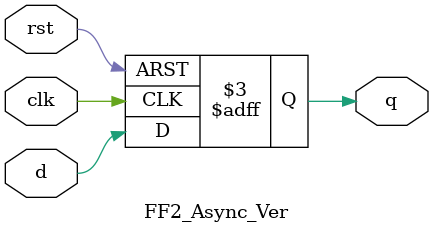
<source format=v>
module FF2_Async_Ver(q,d,clk,rst);//模仿講義寫法D-FF
output q;
input d,clk,rst;
reg q;

always @(negedge clk or negedge rst)//negative edge trigger, active low asynchronous reset
    if(!rst)
        q<=0;
    else
        q<=d;
endmodule
</source>
